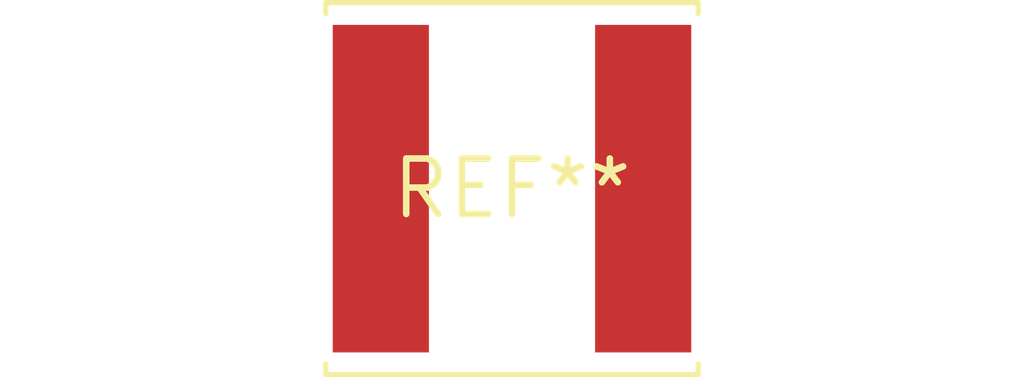
<source format=kicad_pcb>
(kicad_pcb (version 20240108) (generator pcbnew)
  (layers (0 "F.Cu" signal) (31 "B.Cu" signal) (34 "B.Paste" user) (35 "F.Paste" user) (36 "B.SilkS" user "B.Silkscreen") (37 "F.SilkS" user "F.Silkscreen") (38 "B.Mask" user) (39 "F.Mask" user) (44 "Edge.Cuts" user))
  (net 0 "")
  (footprint "L_Changjiang_FNR8065S" (layer "F.Cu") (at 0 0)
    (property "Reference" "REF**")
    (property "Value" "L_Changjiang_FNR8065S")
    (fp_line (start -4.26 -4.26) (end -4.26 -4.01) (layer "F.SilkS") (stroke (width 0.12)))
    (fp_line (start -4.26 -4.26) (end 4.26 -4.26) (layer "F.SilkS") (stroke (width 0.12)))
    (fp_line (start -4.26 4.26) (end -4.26 4.01) (layer "F.SilkS") (stroke (width 0.12)))
    (fp_line (start -4.26 4.26) (end 4.26 4.26) (layer "F.SilkS") (stroke (width 0.12)))
    (fp_line (start 4.26 -4.26) (end 4.26 -4.01) (layer "F.SilkS") (stroke (width 0.12)))
    (fp_line (start 4.26 4.26) (end 4.26 4.01) (layer "F.SilkS") (stroke (width 0.12)))
    (pad "1" smd rect (at -3 0) (size 2.2 7.5) (layers "F.Cu" "F.Paste" "F.Mask"))
    (pad "2" smd rect (at 3 0) (size 2.2 7.5) (layers "F.Cu" "F.Paste" "F.Mask"))
  )
)
</source>
